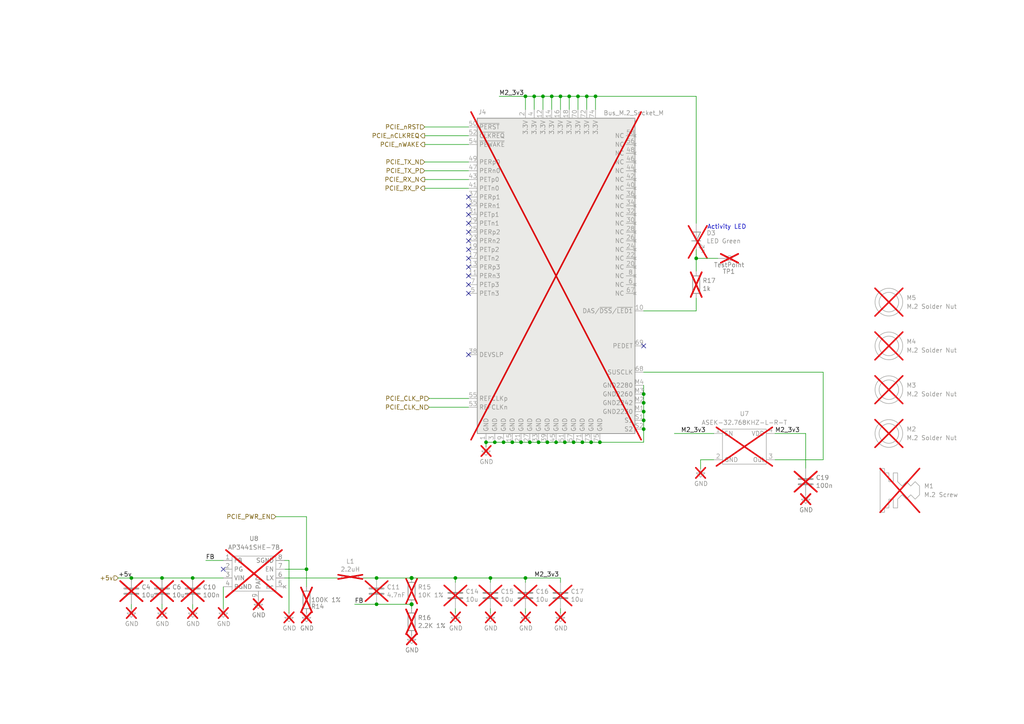
<source format=kicad_sch>
(kicad_sch (version 20250114) (generator "eeschema") (generator_version "9.0")
  (paper "A4")
  (title_block (title "Compute Module 5 IO Board - M2 Socket") (rev "1") (company "Copyright © 2024 Raspberry Pi Ltd.") (comment 1 "www.raspberrypi.com"))
  (lib_symbols
    (symbol "CM5IO:AP3441SHE-7B"
      (property "Reference" "U" (at -6.35 10.16 0))
      (property "Value" "AP3441SHE-7B" (at 0 7.62 0))
      (symbol "AP3441SHE-7B_0_1"
        (rectangle (start -6.35 6.35) (end 6.35 -3.81))
      )
      (symbol "AP3441SHE-7B_1_1"
        (pin passive line (at -8.89 5.08 0) (length 2.54) (name "FB") (number "1"))
        (pin open_collector line (at -8.89 2.54 0) (length 2.54) (name "PG") (number "2"))
        (pin power_in line (at -8.89 0 0) (length 2.54) (name "VIN") (number "3"))
        (pin power_in line (at -8.89 -2.54 0) (length 2.54) (name "PGND") (number "4"))
        (pin input line (at 1.27 -6.35 90) (length 2.54) (name "PAD") (number "9"))
        (pin power_in line (at 8.89 5.08 180) (length 2.54) (name "SGND") (number "8"))
        (pin input line (at 8.89 2.54 180) (length 2.54) (name "EN") (number "7"))
        (pin power_out line (at 8.89 0 180) (length 2.54) (name "LX") (number "6"))
        (pin no_connect line (at 8.89 -2.54 180) (length 2.54) (name "nc") (number "5"))
      )
    )
    (symbol "CM5IO:ASEK-32.768KHZ-L-R-T"
      (property "Reference" "U" (at -5.08 6.35 0))
      (property "Value" "ASEK-32.768KHZ-L-R-T" (at 0 -6.35 0))
      (symbol "ASEK-32.768KHZ-L-R-T_0_1"
        (rectangle (start -6.35 5.08) (end 6.35 -5.08))
      )
      (symbol "ASEK-32.768KHZ-L-R-T_1_1"
        (pin input line (at -8.89 3.81 0) (length 2.54) (name "EN") (number "1"))
        (pin power_in line (at -8.89 -3.81 0) (length 2.54) (name "GND") (number "2"))
        (pin power_in line (at 8.89 3.81 180) (length 2.54) (name "VDD") (number "4"))
        (pin output line (at 8.89 -3.81 180) (length 2.54) (name "Out") (number "3"))
      )
    )
    (symbol "CM5IO:Bus_M.2_Socket_M"
      (property "Reference" "J" (at -22.86 46.99 0))
      (property "Value" "Bus_M.2_Socket_M" (at 30.988 46.99 0))
      (symbol "Bus_M.2_Socket_M_0_1"
        (rectangle (start -22.86 45.72) (end 22.86 -45.72) (stroke (width 0.254)) (fill (type background)))
      )
      (symbol "Bus_M.2_Socket_M_1_1"
        (pin input line (at -25.4 43.18 0) (length 2.54) (name "~{PERST}") (number "50"))
        (pin bidirectional line (at -25.4 40.64 0) (length 2.54) (name "~{CLKREQ}") (number "52"))
        (pin bidirectional line (at -25.4 38.1 0) (length 2.54) (name "~{PEWAKE}") (number "54"))
        (pin input line (at -25.4 33.02 0) (length 2.54) (name "PERp0") (number "49"))
        (pin input line (at -25.4 30.48 0) (length 2.54) (name "PERn0") (number "47"))
        (pin output line (at -25.4 27.94 0) (length 2.54) (name "PETp0") (number "43"))
        (pin output line (at -25.4 25.4 0) (length 2.54) (name "PETn0") (number "41"))
        (pin input line (at -25.4 22.86 0) (length 2.54) (name "PERp1") (number "37"))
        (pin input line (at -25.4 20.32 0) (length 2.54) (name "PERn1") (number "35"))
        (pin output line (at -25.4 17.78 0) (length 2.54) (name "PETp1") (number "31"))
        (pin output line (at -25.4 15.24 0) (length 2.54) (name "PETn1") (number "29"))
        (pin input line (at -25.4 12.7 0) (length 2.54) (name "PERp2") (number "25"))
        (pin input line (at -25.4 10.16 0) (length 2.54) (name "PERn2") (number "23"))
        (pin output line (at -25.4 7.62 0) (length 2.54) (name "PETp2") (number "19"))
        (pin output line (at -25.4 5.08 0) (length 2.54) (name "PETn2") (number "17"))
        (pin input line (at -25.4 2.54 0) (length 2.54) (name "PERp3") (number "13"))
        (pin input line (at -25.4 0 0) (length 2.54) (name "PERn3") (number "11"))
        (pin output line (at -25.4 -2.54 0) (length 2.54) (name "PETp3") (number "7"))
        (pin output line (at -25.4 -5.08 0) (length 2.54) (name "PETn3") (number "5"))
        (pin input line (at -25.4 -22.86 0) (length 2.54) (name "DEVSLP") (number "38"))
        (pin input line (at -25.4 -35.56 0) (length 2.54) (name "REFCLKp") (number "55"))
        (pin input line (at -25.4 -38.1 0) (length 2.54) (name "REFCLKn") (number "53"))
        (pin power_in line (at -20.32 -48.26 90) (length 2.54) (name "GND") (number "1"))
        (pin power_in line (at -17.78 -48.26 90) (length 2.54) (name "GND") (number "3"))
        (pin power_in line (at -15.24 -48.26 90) (length 2.54) (name "GND") (number "9"))
        (pin power_in line (at -12.7 -48.26 90) (length 2.54) (name "GND") (number "15"))
        (pin power_in line (at -10.16 -48.26 90) (length 2.54) (name "GND") (number "21"))
        (pin power_in line (at -8.89 48.26 270) (length 2.54) (name "3.3V") (number "2"))
        (pin power_in line (at -7.62 -48.26 90) (length 2.54) (name "GND") (number "27"))
        (pin power_in line (at -6.35 48.26 270) (length 2.54) (name "3.3V") (number "4"))
        (pin power_in line (at -5.08 -48.26 90) (length 2.54) (name "GND") (number "33"))
        (pin power_in line (at -3.81 48.26 270) (length 2.54) (name "3.3V") (number "12"))
        (pin power_in line (at -2.54 -48.26 90) (length 2.54) (name "GND") (number "39"))
        (pin power_in line (at -1.27 48.26 270) (length 2.54) (name "3.3V") (number "14"))
        (pin power_in line (at 0 -48.26 90) (length 2.54) (name "GND") (number "45"))
        (pin power_in line (at 1.27 48.26 270) (length 2.54) (name "3.3V") (number "16"))
        (pin power_in line (at 2.54 -48.26 90) (length 2.54) (name "GND") (number "51"))
        (pin power_in line (at 3.81 48.26 270) (length 2.54) (name "3.3V") (number "18"))
        (pin power_in line (at 5.08 -48.26 90) (length 2.54) (name "GND") (number "57"))
        (pin power_in line (at 6.35 48.26 270) (length 2.54) (name "3.3V") (number "70"))
        (pin power_in line (at 7.62 -48.26 90) (length 2.54) (name "GND") (number "71"))
        (pin power_in line (at 8.89 48.26 270) (length 2.54) (name "3.3V") (number "72"))
        (pin power_in line (at 10.16 -48.26 90) (length 2.54) (name "GND") (number "73"))
        (pin power_in line (at 11.43 48.26 270) (length 2.54) (name "3.3V") (number "74"))
        (pin power_in line (at 12.7 -48.26 90) (length 2.54) (name "GND") (number "75"))
        (pin no_connect line (at 22.86 40.64 180) (length 2.54) (name "NC") (number "58"))
        (pin no_connect line (at 22.86 38.1 180) (length 2.54) (name "NC") (number "56"))
        (pin no_connect line (at 22.86 35.56 180) (length 2.54) (name "NC") (number "48"))
        (pin no_connect line (at 22.86 33.02 180) (length 2.54) (name "NC") (number "46"))
        (pin no_connect line (at 22.86 30.48 180) (length 2.54) (name "NC") (number "44"))
        (pin no_connect line (at 22.86 27.94 180) (length 2.54) (name "NC") (number "42"))
        (pin no_connect line (at 22.86 25.4 180) (length 2.54) (name "NC") (number "40"))
        (pin no_connect line (at 22.86 22.86 180) (length 2.54) (name "NC") (number "36"))
        (pin no_connect line (at 22.86 20.32 180) (length 2.54) (name "NC") (number "34"))
        (pin no_connect line (at 22.86 17.78 180) (length 2.54) (name "NC") (number "32"))
        (pin no_connect line (at 22.86 15.24 180) (length 2.54) (name "NC") (number "30"))
        (pin no_connect line (at 22.86 12.7 180) (length 2.54) (name "NC") (number "28"))
        (pin no_connect line (at 22.86 10.16 180) (length 2.54) (name "NC") (number "26"))
        (pin no_connect line (at 22.86 7.62 180) (length 2.54) (name "NC") (number "24"))
        (pin no_connect line (at 22.86 5.08 180) (length 2.54) (name "NC") (number "22"))
        (pin no_connect line (at 22.86 2.54 180) (length 2.54) (name "NC") (number "20"))
        (pin no_connect line (at 22.86 0 180) (length 2.54) (name "NC") (number "8"))
        (pin no_connect line (at 22.86 -2.54 180) (length 2.54) (name "NC") (number "6"))
        (pin no_connect line (at 22.86 -5.08 180) (length 2.54) (name "NC") (number "67"))
        (pin bidirectional line (at 25.4 -10.16 180) (length 2.54) (name "DAS/~{DSS}/~{LED1}") (number "10"))
        (pin passive line (at 25.4 -20.32 180) (length 2.54) (name "PEDET") (number "69"))
        (pin input line (at 25.4 -27.94 180) (length 2.54) (name "SUSCLK") (number "68"))
        (pin passive line (at 25.4 -31.75 180) (length 2.54) (name "GND2280") (number "M4"))
        (pin passive line (at 25.4 -34.29 180) (length 2.54) (name "GND2260") (number "M3"))
        (pin passive line (at 25.4 -36.83 180) (length 2.54) (name "GND2242") (number "M2"))
        (pin passive line (at 25.4 -39.37 180) (length 2.54) (name "GND2230") (number "M1"))
        (pin passive line (at 25.4 -41.91 180) (length 2.54) (name "S1") (number "S1"))
        (pin passive line (at 25.4 -44.45 180) (length 2.54) (name "S2") (number "S2"))
      )
    )
    (symbol "CM5IO:M.2_Screw" (pin_numbers (hide yes)) (pin_names (offset 0) (hide yes)) (on_board no)
      (property "Reference" "M" (at -0.254 -6.35 0))
      (property "Value" "M.2 Screw" (at 0.254 -8.636 0))
      (symbol "M.2_Screw_0_1"
        (polyline (pts (xy -5.08 0) (xy -5.08 -6.35) (xy -3.81 -6.35) (xy -3.81 -5.08) (xy -2.54 -5.08) (xy -2.54 -2.54) (xy -1.27 -2.54) (xy -1.27 -5.08) (xy 0 -5.08) (xy 0 -2.54) (xy 1.27 -1.27) (xy 2.54 -2.54) (xy 3.81 -1.27) (xy 5.08 -2.54) (xy 6.35 -1.27) (xy 6.35 1.27) (xy 5.08 2.54) (xy 3.81 1.27) (xy 2.54 2.54) (xy 1.27 1.27) (xy 0 2.54) (xy 0 5.08) (xy -1.27 5.08) (xy -1.27 2.54) (xy -2.54 2.54) (xy -2.54 5.08) (xy -3.81 5.08) (xy -3.81 6.35) (xy -5.08 6.35) (xy -5.08 0)))
      )
    )
    (symbol "CM5IO:SolderNut" (pin_numbers (hide yes)) (pin_names (offset 0) (hide yes)) (exclude_from_sim yes) (on_board no)
      (property "Reference" "M" (at -6.35 -3.556 0))
      (property "Value" "M.2 Solder Nut" (at 0.254 -5.842 0))
      (symbol "SolderNut_0_1"
        (circle (center 0 0) (radius 2.8398))
        (circle (center 0 0) (radius 4.0161))
      )
    )
    (symbol "Connector:TestPoint" (pin_numbers (hide yes)) (pin_names (offset 0.762) (hide yes))
      (property "Reference" "TP" (at 0 6.858 0))
      (property "Value" "TestPoint" (at 0 5.08 0))
      (symbol "TestPoint_0_1"
        (circle (center 0 3.302) (radius 0.762))
      )
      (symbol "TestPoint_1_1"
        (pin passive line (at 0 0 90) (length 2.54) (name "1") (number "1"))
      )
    )
    (symbol "Device:C" (pin_numbers (hide yes)) (pin_names (offset 0.254))
      (property "Reference" "C" (at 0.635 2.54 0))
      (property "Value" "C" (at 0.635 -2.54 0))
      (symbol "C_0_1"
        (polyline (pts (xy -2.032 0.762) (xy 2.032 0.762)) (stroke (width 0.508)))
        (polyline (pts (xy -2.032 -0.762) (xy 2.032 -0.762)) (stroke (width 0.508)))
      )
      (symbol "C_1_1"
        (pin passive line (at 0 3.81 270) (length 2.794) (name "~") (number "1"))
        (pin passive line (at 0 -3.81 90) (length 2.794) (name "~") (number "2"))
      )
    )
    (symbol "Device:L" (pin_numbers (hide yes)) (pin_names (offset 1.016) (hide yes))
      (property "Reference" "L" (at -1.27 0 90))
      (property "Value" "L" (at 1.905 0 90))
      (symbol "L_0_1"
        (arc (start 0 2.54) (mid 0.6323 1.905) (end 0 1.27))
        (arc (start 0 1.27) (mid 0.6323 0.635) (end 0 0))
        (arc (start 0 0) (mid 0.6323 -0.635) (end 0 -1.27))
        (arc (start 0 -1.27) (mid 0.6323 -1.905) (end 0 -2.54))
      )
      (symbol "L_1_1"
        (pin passive line (at 0 3.81 270) (length 1.27) (name "1") (number "1"))
        (pin passive line (at 0 -3.81 90) (length 1.27) (name "2") (number "2"))
      )
    )
    (symbol "Device:LED" (pin_numbers (hide yes)) (pin_names (offset 1.016) (hide yes))
      (property "Reference" "D" (at 0 2.54 0))
      (property "Value" "LED" (at 0 -2.54 0))
      (symbol "LED_0_1"
        (polyline (pts (xy -3.048 -0.762) (xy -4.572 -2.286) (xy -3.81 -2.286) (xy -4.572 -2.286) (xy -4.572 -1.524)))
        (polyline (pts (xy -1.778 -0.762) (xy -3.302 -2.286) (xy -2.54 -2.286) (xy -3.302 -2.286) (xy -3.302 -1.524)))
        (polyline (pts (xy -1.27 0) (xy 1.27 0)))
        (polyline (pts (xy -1.27 -1.27) (xy -1.27 1.27)) (stroke (width 0.254)))
        (polyline (pts (xy 1.27 -1.27) (xy 1.27 1.27) (xy -1.27 0) (xy 1.27 -1.27)) (stroke (width 0.254)))
      )
      (symbol "LED_1_1"
        (pin passive line (at -3.81 0 0) (length 2.54) (name "K") (number "1"))
        (pin passive line (at 3.81 0 180) (length 2.54) (name "A") (number "2"))
      )
    )
    (symbol "Device:R" (pin_numbers (hide yes)) (pin_names (offset 0))
      (property "Reference" "R" (at 2.032 0 90))
      (property "Value" "R" (at 0 0 90))
      (symbol "R_0_1"
        (rectangle (start -1.016 -2.54) (end 1.016 2.54) (stroke (width 0.254)))
      )
      (symbol "R_1_1"
        (pin passive line (at 0 3.81 270) (length 1.27) (name "~") (number "1"))
        (pin passive line (at 0 -3.81 90) (length 1.27) (name "~") (number "2"))
      )
    )
    (symbol "power:GND" (power) (pin_numbers (hide yes)) (pin_names (offset 0) (hide yes))
      (property "Value" "GND" (at 0 -3.81 0))
      (symbol "GND_0_1"
        (polyline (pts (xy 0 0) (xy 0 -1.27) (xy 1.27 -1.27) (xy 0 -2.54) (xy -1.27 -1.27) (xy 0 -1.27)))
      )
      (symbol "GND_1_1"
        (pin power_in line (at 0 0 270) (length 0) (name "~") (number "1"))
      )
    )
  )
  (text "Activity LED" (at 205.105 66.675 0) (effects (font (size 1.27 1.27)) (justify left bottom)))
  (junction (at 156.21 128.27))
  (junction (at 170.18 27.94))
  (junction (at 55.88 167.64))
  (junction (at 119.38 175.26) (diameter 1.016))
  (junction (at 143.51 128.27))
  (junction (at 171.45 128.27))
  (junction (at 165.1 27.94))
  (junction (at 109.22 167.64))
  (junction (at 158.75 128.27))
  (junction (at 153.67 128.27))
  (junction (at 46.99 167.64))
  (junction (at 173.99 128.27))
  (junction (at 132.08 167.64))
  (junction (at 88.9 165.1))
  (junction (at 38.1 167.64))
  (junction (at 154.94 27.94))
  (junction (at 142.24 167.64))
  (junction (at 186.69 121.92))
  (junction (at 186.69 116.84))
  (junction (at 166.37 128.27))
  (junction (at 146.05 128.27))
  (junction (at 152.4 27.94))
  (junction (at 163.83 128.27))
  (junction (at 148.59 128.27))
  (junction (at 167.64 27.94))
  (junction (at 109.22 175.26))
  (junction (at 161.29 128.27))
  (junction (at 186.69 124.46))
  (junction (at 186.69 114.3))
  (junction (at 140.97 128.27))
  (junction (at 160.02 27.94))
  (junction (at 162.56 27.94))
  (junction (at 186.69 119.38))
  (junction (at 201.93 74.93))
  (junction (at 152.4 167.64))
  (junction (at 172.72 27.94))
  (junction (at 151.13 128.27))
  (junction (at 119.38 167.64) (diameter 1.016))
  (junction (at 168.91 128.27))
  (junction (at 157.48 27.94))
  (no_connect (at 64.77 165.1))
  (no_connect (at 135.89 80.01))
  (no_connect (at 135.89 85.09))
  (no_connect (at 135.89 72.39))
  (no_connect (at 135.89 82.55))
  (no_connect (at 135.89 57.15))
  (no_connect (at 135.89 102.87))
  (no_connect (at 135.89 77.47))
  (no_connect (at 186.69 100.33))
  (no_connect (at 135.89 67.31))
  (no_connect (at 135.89 62.23))
  (no_connect (at 135.89 74.93))
  (no_connect (at 135.89 69.85))
  (no_connect (at 135.89 64.77))
  (no_connect (at 135.89 59.69))
  (wire (pts (xy 186.69 124.46) (xy 186.69 128.27)))
  (wire (pts (xy 105.41 167.64) (xy 109.22 167.64)))
  (wire (pts (xy 140.97 128.27) (xy 143.51 128.27)))
  (wire (pts (xy 167.64 27.94) (xy 170.18 27.94)))
  (wire (pts (xy 162.56 27.94) (xy 162.56 31.75)))
  (wire (pts (xy 195.58 125.73) (xy 207.01 125.73)))
  (wire (pts (xy 201.93 27.94) (xy 201.93 64.77)))
  (wire (pts (xy 109.22 167.64) (xy 119.38 167.64)))
  (wire (pts (xy 152.4 27.94) (xy 154.94 27.94)))
  (wire (pts (xy 173.99 128.27) (xy 171.45 128.27)))
  (wire (pts (xy 123.19 52.07) (xy 135.89 52.07)))
  (wire (pts (xy 142.24 167.64) (xy 152.4 167.64)))
  (wire (pts (xy 88.9 165.1) (xy 88.9 170.18)))
  (wire (pts (xy 152.4 167.64) (xy 162.56 167.64)))
  (wire (pts (xy 124.46 115.57) (xy 135.89 115.57)))
  (wire (pts (xy 59.69 162.56) (xy 64.77 162.56)))
  (wire (pts (xy 135.89 46.99) (xy 123.19 46.99)))
  (wire (pts (xy 156.21 128.27) (xy 153.67 128.27)))
  (wire (pts (xy 55.88 175.26) (xy 55.88 176.53)))
  (wire (pts (xy 154.94 27.94) (xy 157.48 27.94)))
  (wire (pts (xy 186.69 119.38) (xy 186.69 121.92)))
  (wire (pts (xy 186.69 121.92) (xy 186.69 124.46)))
  (wire (pts (xy 165.1 27.94) (xy 165.1 31.75)))
  (wire (pts (xy 123.19 54.61) (xy 135.89 54.61)))
  (wire (pts (xy 171.45 128.27) (xy 168.91 128.27)))
  (wire (pts (xy 123.19 49.53) (xy 135.89 49.53)))
  (wire (pts (xy 46.99 167.64) (xy 55.88 167.64)))
  (wire (pts (xy 201.93 90.17) (xy 201.93 86.36)))
  (wire (pts (xy 172.72 27.94) (xy 201.93 27.94)))
  (wire (pts (xy 82.55 165.1) (xy 88.9 165.1)))
  (wire (pts (xy 132.08 167.64) (xy 142.24 167.64)))
  (wire (pts (xy 186.69 116.84) (xy 186.69 119.38)))
  (wire (pts (xy 167.64 27.94) (xy 167.64 31.75)))
  (wire (pts (xy 34.29 167.64) (xy 38.1 167.64)))
  (wire (pts (xy 186.69 114.3) (xy 186.69 116.84)))
  (wire (pts (xy 152.4 167.64) (xy 152.4 168.91)))
  (wire (pts (xy 186.69 128.27) (xy 173.99 128.27)))
  (wire (pts (xy 168.91 128.27) (xy 166.37 128.27)))
  (wire (pts (xy 119.38 167.64) (xy 132.08 167.64)))
  (wire (pts (xy 152.4 176.53) (xy 152.4 177.8)))
  (wire (pts (xy 158.75 128.27) (xy 161.29 128.27)))
  (wire (pts (xy 166.37 128.27) (xy 163.83 128.27)))
  (wire (pts (xy 170.18 27.94) (xy 172.72 27.94)))
  (wire (pts (xy 82.55 167.64) (xy 97.79 167.64)))
  (wire (pts (xy 201.93 74.93) (xy 208.28 74.93)))
  (wire (pts (xy 238.76 133.35) (xy 224.79 133.35)))
  (wire (pts (xy 157.48 27.94) (xy 160.02 27.94)))
  (wire (pts (xy 203.2 135.89) (xy 203.2 133.35)))
  (wire (pts (xy 157.48 27.94) (xy 157.48 31.75)))
  (wire (pts (xy 186.69 111.76) (xy 186.69 114.3)))
  (wire (pts (xy 152.4 27.94) (xy 152.4 31.75)))
  (wire (pts (xy 55.88 167.64) (xy 64.77 167.64)))
  (wire (pts (xy 88.9 149.86) (xy 88.9 165.1)))
  (wire (pts (xy 172.72 27.94) (xy 172.72 31.75)))
  (wire (pts (xy 124.46 118.11) (xy 135.89 118.11)))
  (wire (pts (xy 109.22 175.26) (xy 119.38 175.26)))
  (wire (pts (xy 123.19 39.37) (xy 135.89 39.37)))
  (wire (pts (xy 38.1 175.26) (xy 38.1 176.53)))
  (wire (pts (xy 123.19 41.91) (xy 135.89 41.91)))
  (wire (pts (xy 132.08 168.91) (xy 132.08 167.64)))
  (wire (pts (xy 146.05 128.27) (xy 143.51 128.27)))
  (wire (pts (xy 82.55 162.56) (xy 83.82 162.56)))
  (wire (pts (xy 140.97 128.27) (xy 140.97 129.54)))
  (wire (pts (xy 148.59 128.27) (xy 151.13 128.27)))
  (wire (pts (xy 186.69 90.17) (xy 201.93 90.17)))
  (wire (pts (xy 144.78 27.94) (xy 152.4 27.94)))
  (wire (pts (xy 162.56 27.94) (xy 165.1 27.94)))
  (wire (pts (xy 186.69 107.95) (xy 238.76 107.95)))
  (wire (pts (xy 38.1 167.64) (xy 46.99 167.64)))
  (wire (pts (xy 233.68 125.73) (xy 224.79 125.73)))
  (wire (pts (xy 142.24 167.64) (xy 142.24 168.91)))
  (wire (pts (xy 163.83 128.27) (xy 161.29 128.27)))
  (wire (pts (xy 80.01 149.86) (xy 88.9 149.86)))
  (wire (pts (xy 46.99 175.26) (xy 46.99 176.53)))
  (wire (pts (xy 151.13 128.27) (xy 153.67 128.27)))
  (wire (pts (xy 156.21 128.27) (xy 158.75 128.27)))
  (wire (pts (xy 132.08 177.8) (xy 132.08 176.53)))
  (wire (pts (xy 201.93 74.93) (xy 201.93 78.74)))
  (wire (pts (xy 160.02 27.94) (xy 160.02 31.75)))
  (wire (pts (xy 201.93 74.93) (xy 201.93 72.39)))
  (wire (pts (xy 162.56 176.53) (xy 162.56 177.8)))
  (wire (pts (xy 203.2 133.35) (xy 207.01 133.35)))
  (wire (pts (xy 233.68 135.89) (xy 233.68 125.73)))
  (wire (pts (xy 64.77 176.53) (xy 64.77 170.18)))
  (wire (pts (xy 162.56 167.64) (xy 162.56 168.91)))
  (wire (pts (xy 154.94 27.94) (xy 154.94 31.75)))
  (wire (pts (xy 142.24 176.53) (xy 142.24 177.8)))
  (wire (pts (xy 165.1 27.94) (xy 167.64 27.94)))
  (wire (pts (xy 119.38 176.53) (xy 119.38 175.26)))
  (wire (pts (xy 146.05 128.27) (xy 148.59 128.27)))
  (wire (pts (xy 123.19 36.83) (xy 135.89 36.83)))
  (wire (pts (xy 102.87 175.26) (xy 109.22 175.26)))
  (wire (pts (xy 160.02 27.94) (xy 162.56 27.94)))
  (wire (pts (xy 170.18 27.94) (xy 170.18 31.75)))
  (wire (pts (xy 238.76 107.95) (xy 238.76 133.35)))
  (wire (pts (xy 83.82 162.56) (xy 83.82 177.8)))
  (label "M2_3v3" (at 154.94 167.64 0))
  (label "+5v" (at 34.29 167.64 0))
  (label "FB" (at 59.69 162.56 0))
  (label "M2_3v3" (at 224.79 125.73 0))
  (label "M2_3v3" (at 197.485 125.73 0))
  (label "M2_3v3" (at 144.78 27.94 0))
  (label "FB" (at 102.87 175.26 0))
  (hierarchical_label "PCIE_RX_N" (shape output) (at 123.19 52.07 180))
  (hierarchical_label "PCIE_CLK_N" (shape input) (at 124.46 118.11 180))
  (hierarchical_label "PCIE_TX_P" (shape input) (at 123.19 49.53 180))
  (hierarchical_label "PCIE_nCLKREQ" (shape output) (at 123.19 39.37 180))
  (hierarchical_label "PCIE_RX_P" (shape output) (at 123.19 54.61 180))
  (hierarchical_label "PCIE_PWR_EN" (shape input) (at 80.01 149.86 180))
  (hierarchical_label "PCIE_nWAKE" (shape output) (at 123.19 41.91 180))
  (hierarchical_label "PCIE_TX_N" (shape input) (at 123.19 46.99 180))
  (hierarchical_label "PCIE_nRST" (shape input) (at 123.19 36.83 180))
  (hierarchical_label "+5v" (shape input) (at 34.29 167.64 180))
  (hierarchical_label "PCIE_CLK_P" (shape input) (at 124.46 115.57 180))
  (symbol (lib_id "Device:LED") (at 201.93 68.58 90) (unit 1) (in_bom no) (on_board no) (dnp yes)
    (property "Reference" "D3" (at 204.9018 67.5894 90) (effects (justify right)))
    (property "Value" "LED Green" (at 204.9018 69.9008 90) (effects (justify right)))
    (property "Footprint" "LED_SMD:LED_0603_1608Metric" (effects (hide yes)))
    (property "Datasheet" "http://optoelectronics.liteon.com/upload/download/DS22-2000-226/LTST-S270KGKT.pdf" (effects (hide yes)))
    (property "Field4" "Digikey " (effects (hide yes)))
    (property "Field5" "LTST-S270KGKT" (effects (hide yes)))
    (property "Field6" "SML-A12M8TT86N" (effects (hide yes)))
    (property "Field7" "Rohm" (effects (hide yes)))
    (property "Field8" "650263301" (effects (hide yes)))
    (property "Part Description" "	Green 572nm LED Indication - Discrete 2.2V 2-SMD, No Lead" (effects (hide yes)))
  )
  (symbol (lib_id "Device:C") (at 152.4 172.72 0) (unit 1) (in_bom no) (on_board no) (dnp yes)
    (property "Reference" "C16" (at 155.321 171.5516 0) (effects (justify left)))
    (property "Value" "10u" (at 155.321 173.863 0) (effects (justify left)))
    (property "Footprint" "Capacitor_SMD:C_0805_2012Metric" (effects (hide yes)))
    (property "Datasheet" "https://search.murata.co.jp/Ceramy/image/img/A01X/G101/ENG/GRM21BR71A106KA73-01.pdf" (effects (hide yes)))
    (property "Field4" "Digikey" (effects (hide yes)))
    (property "Field5" "490-14381-1-ND" (effects (hide yes)))
    (property "Field6" "GRM21BR71A106KA73L" (effects (hide yes)))
    (property "Field7" "Murata" (effects (hide yes)))
    (property "Field8" "111893011" (effects (hide yes)))
    (property "Part Description" "	10uF 10% 10V Ceramic Capacitor X7R 0805 (2012 Metric)" (effects (hide yes)))
  )
  (symbol (lib_id "power:GND") (at 152.4 177.8 0) (unit 1) (in_bom no) (on_board no) (dnp yes)
    (property "Reference" "#PWR018" (effects (hide yes)))
    (property "Value" "GND" (at 152.527 182.1942 0))
    (property "Description" "Power symbol creates a global label with name \"GND\" , ground" (effects (hide yes)))
  )
  (symbol (lib_id "Device:C") (at 46.99 171.45 0) (unit 1) (in_bom no) (on_board no) (dnp yes)
    (property "Reference" "C6" (at 49.911 170.2816 0) (effects (justify left)))
    (property "Value" "10u" (at 49.911 172.593 0) (effects (justify left)))
    (property "Footprint" "Capacitor_SMD:C_0805_2012Metric" (effects (hide yes)))
    (property "Datasheet" "https://search.murata.co.jp/Ceramy/image/img/A01X/G101/ENG/GRM21BR71A106KA73-01.pdf" (effects (hide yes)))
    (property "Field4" "Digikey" (effects (hide yes)))
    (property "Field5" "490-14381-1-ND" (effects (hide yes)))
    (property "Field6" "GRM21BR71A106KA73L" (effects (hide yes)))
    (property "Field7" "Murata" (effects (hide yes)))
    (property "Field8" "111893011" (effects (hide yes)))
    (property "Part Description" "	10uF 10% 10V Ceramic Capacitor X7R 0805 (2012 Metric)" (effects (hide yes)))
  )
  (symbol (lib_id "Connector:TestPoint") (at 208.28 74.93 270) (unit 1) (in_bom no) (on_board no) (dnp yes)
    (property "Reference" "TP1" (at 209.55 78.74 90) (effects (justify left)))
    (property "Value" "TestPoint" (at 207.01 76.835 90) (effects (justify left)))
    (property "Footprint" "TestPoint:TestPoint_Pad_2.0x2.0mm" (effects (hide yes)))
    (property "Field4" "nf" (effects (hide yes)))
    (property "Field5" "nf" (effects (hide yes)))
    (property "Field6" "nf" (effects (hide yes)))
    (property "Field7" "nf" (effects (hide yes)))
    (property "Part Description" "Test point" (effects (hide yes)))
  )
  (symbol (lib_id "power:GND") (at 46.99 176.53 0) (unit 1) (in_bom no) (on_board no) (dnp yes)
    (property "Reference" "#PWR021" (effects (hide yes)))
    (property "Value" "GND" (at 47.117 180.9242 0))
    (property "Description" "Power symbol creates a global label with name \"GND\" , ground" (effects (hide yes)))
  )
  (symbol (lib_id "power:GND") (at 140.97 129.54 0) (unit 1) (in_bom no) (on_board no) (dnp yes)
    (property "Reference" "#PWR019" (effects (hide yes)))
    (property "Value" "GND" (at 141.097 133.9342 0))
    (property "Description" "Power symbol creates a global label with name \"GND\" , ground" (effects (hide yes)))
  )
  (symbol (lib_id "power:GND") (at 162.56 177.8 0) (unit 1) (in_bom no) (on_board no) (dnp yes)
    (property "Reference" "#PWR024" (effects (hide yes)))
    (property "Value" "GND" (at 162.687 182.1942 0))
    (property "Description" "Power symbol creates a global label with name \"GND\" , ground" (effects (hide yes)))
  )
  (symbol (lib_id "Device:R") (at 201.93 82.55 0) (unit 1) (in_bom no) (on_board no) (dnp yes)
    (property "Reference" "R17" (at 203.708 81.3816 0) (effects (justify left)))
    (property "Value" "1k" (at 203.708 83.693 0) (effects (justify left)))
    (property "Footprint" "Resistor_SMD:R_0402_1005Metric" (effects (hide yes)))
    (property "Datasheet" "https://fscdn.rohm.com/en/products/databook/datasheet/passive/resistor/chip_resistor/mcr-e.pdf" (effects (hide yes)))
    (property "Field4" "Farnell" (effects (hide yes)))
    (property "Field5" "9239235" (effects (hide yes)))
    (property "Field7" "KOA EUROPE GMBH" (effects (hide yes)))
    (property "Field6" "RK73H1ETTP1001F" (effects (hide yes)))
    (property "Part Description" "Resistor 1K M1005 1% 63mW" (effects (hide yes)))
    (property "Field8" "125049511" (effects (hide yes)))
  )
  (symbol (lib_id "CM5IO:SolderNut") (at 257.81 113.03 0) (unit 1) (in_bom no) (on_board no) (dnp yes)
    (property "Reference" "M3" (at 262.89 111.7599 0) (effects (justify left)))
    (property "Value" "M.2 Solder Nut" (at 262.89 114.2999 0) (effects (justify left)))
    (property "Part Description" "Solder nut for M.2 slot" (effects (hide yes)))
  )
  (symbol (lib_id "Device:L") (at 101.6 167.64 90) (unit 1) (in_bom no) (on_board no) (dnp yes)
    (property "Reference" "L1" (at 101.6 162.814 90))
    (property "Value" "2.2uH" (at 101.6 165.1254 90))
    (property "Footprint" "CM5IO:L_Bourns_SRP5030CC" (effects (hide yes)))
    (property "Datasheet" "https://www.bourns.com/docs/product-datasheets/srp5030cc.pdf" (effects (hide yes)))
    (property "Field6" "SRP5030CC-2R2M" (effects (hide yes)))
    (property "Field7" "Bourns" (effects (hide yes)))
    (property "Part Description" "Inductor, SMT, 2520, 2u2, IRMS=7A, ISAT=8A, DCR=0.032R" (effects (hide yes)))
    (property "Field5" "SRP5030CC-2R2M" (effects (hide yes)))
  )
  (symbol (lib_id "power:GND") (at 64.77 176.53 0) (unit 1) (in_bom no) (on_board no) (dnp yes)
    (property "Reference" "#PWR022" (effects (hide yes)))
    (property "Value" "GND" (at 64.897 180.9242 0))
    (property "Description" "Power symbol creates a global label with name \"GND\" , ground" (effects (hide yes)))
  )
  (symbol (lib_id "Device:R") (at 119.38 171.45 0) (unit 1) (in_bom no) (on_board no) (dnp yes)
    (property "Reference" "R15" (at 121.158 170.2816 0) (effects (justify left)))
    (property "Value" "10K 1%" (at 121.158 172.593 0) (effects (justify left)))
    (property "Footprint" "Resistor_SMD:R_0402_1005Metric" (effects (hide yes)))
    (property "Datasheet" "https://fscdn.rohm.com/en/products/databook/datasheet/passive/resistor/chip_resistor/mcr-e.pdf" (effects (hide yes)))
    (property "Field4" "Farnell" (effects (hide yes)))
    (property "Field7" "Rohm" (effects (hide yes)))
    (property "Field6" "MCR01MZPF1002" (effects (hide yes)))
    (property "Part Description" "Resistor 10K M1005 1% 63mW" (effects (hide yes)))
  )
  (symbol (lib_id "Device:C") (at 233.68 139.7 0) (unit 1) (in_bom no) (on_board no) (dnp yes)
    (property "Reference" "C19" (at 236.601 138.5316 0) (effects (justify left)))
    (property "Value" "100n" (at 236.601 140.843 0) (effects (justify left)))
    (property "Footprint" "Capacitor_SMD:C_0402_1005Metric" (effects (hide yes)))
    (property "Datasheet" "https://search.murata.co.jp/Ceramy/image/img/A01X/G101/ENG/GRM155R71C104KA88-01.pdf" (effects (hide yes)))
    (property "Field4" "Farnell" (effects (hide yes)))
    (property "Field5" "2611911" (effects (hide yes)))
    (property "Field6" "RM EMK105 B7104KV-F" (effects (hide yes)))
    (property "Field7" "TAIYO YUDEN EUROPE GMBH" (effects (hide yes)))
    (property "Field8" "110091611" (effects (hide yes)))
    (property "Part Description" "	0.1uF 10% 16V Ceramic Capacitor X7R 0402 (1005 Metric)" (effects (hide yes)))
  )
  (symbol (lib_id "Device:R") (at 88.9 173.99 0) (unit 1) (in_bom no) (on_board no) (dnp yes)
    (property "Reference" "R14" (at 90.17 175.895 0) (effects (justify left)))
    (property "Value" "100K 1%" (at 90.17 173.99 0) (effects (justify left)))
    (property "Footprint" "Resistor_SMD:R_0402_1005Metric" (effects (hide yes)))
    (property "Datasheet" "https://fscdn.rohm.com/en/products/databook/datasheet/passive/resistor/chip_resistor/mcr-e.pdf" (effects (hide yes)))
    (property "Field4" "Farnell" (effects (hide yes)))
    (property "Field6" "MCR01MZPF1003" (effects (hide yes)))
    (property "Field7" "Rohm" (effects (hide yes)))
    (property "Part Description" "Resistor 100K M1005 1% 63mW" (effects (hide yes)))
  )
  (symbol (lib_id "Device:R") (at 119.38 180.34 0) (unit 1) (in_bom no) (on_board no) (dnp yes)
    (property "Reference" "R16" (at 121.158 179.1716 0) (effects (justify left)))
    (property "Value" "2.2K 1%" (at 121.158 181.483 0) (effects (justify left)))
    (property "Footprint" "Resistor_SMD:R_0402_1005Metric" (effects (hide yes)))
    (property "Datasheet" "https://fscdn.rohm.com/en/products/databook/datasheet/passive/resistor/chip_resistor/mcr-e.pdf" (effects (hide yes)))
    (property "Field4" "Farnell" (effects (hide yes)))
    (property "Part Description" "Resistor 2.2K M1005 1% 63mW" (effects (hide yes)))
  )
  (symbol (lib_id "CM5IO:ASEK-32.768KHZ-L-R-T") (at 215.9 129.54 0) (unit 1) (in_bom no) (on_board no) (dnp yes)
    (property "Reference" "U7" (at 215.9 120.015 0))
    (property "Value" "ASEK-32.768KHZ-L-R-T" (at 215.9 122.555 0))
    (property "Footprint" "Crystal:Crystal_SMD_3225-4Pin_3.2x2.5mm" (effects (hide yes)))
    (property "Datasheet" "https://abracon.com/Oscillators/ASEK.pdf" (effects (hide yes)))
    (property "Field5" "ASEK-32.768KHZ-L-R-T" (effects (hide yes)))
    (property "Field6" "ASEK-32.768KHZ-L-R-T" (effects (hide yes)))
    (property "Field7" "abracon" (effects (hide yes)))
    (property "Part Description" "32KHz Xtal oscilator" (effects (hide yes)))
  )
  (symbol (lib_id "Device:C") (at 38.1 171.45 0) (unit 1) (in_bom no) (on_board no) (dnp yes)
    (property "Reference" "C4" (at 41.021 170.2816 0) (effects (justify left)))
    (property "Value" "10u" (at 41.021 172.593 0) (effects (justify left)))
    (property "Footprint" "Capacitor_SMD:C_0805_2012Metric" (effects (hide yes)))
    (property "Datasheet" "https://search.murata.co.jp/Ceramy/image/img/A01X/G101/ENG/GRM21BR71A106KA73-01.pdf" (effects (hide yes)))
    (property "Field4" "Digikey" (effects (hide yes)))
    (property "Field5" "490-14381-1-ND" (effects (hide yes)))
    (property "Field6" "GRM21BR71A106KA73L" (effects (hide yes)))
    (property "Field7" "Murata" (effects (hide yes)))
    (property "Field8" "111893011" (effects (hide yes)))
    (property "Part Description" "	10uF 10% 10V Ceramic Capacitor X7R 0805 (2012 Metric)" (effects (hide yes)))
  )
  (symbol (lib_id "CM5IO:AP3441SHE-7B") (at 73.66 167.64 0) (unit 1) (in_bom no) (on_board no) (dnp yes)
    (property "Reference" "U8" (at 73.66 156.21 0))
    (property "Value" "AP3441SHE-7B" (at 73.66 158.75 0))
    (property "Footprint" "Package_DFN_QFN:DFN-8-1EP_2x2mm_P0.5mm_EP1.05x1.75mm" (effects (hide yes)))
    (property "Datasheet" "https://www.diodes.com/assets/Datasheets/AP3441-L.pdf" (effects (hide yes)))
    (property "Field5" "AP3441SHE-7B" (effects (hide yes)))
    (property "Field6" "AP3441SHE-7B" (effects (hide yes)))
    (property "Field7" "Diodes" (effects (hide yes)))
    (property "Part Description" "3A DC-DC converter" (effects (hide yes)))
  )
  (symbol (lib_id "Device:C") (at 55.88 171.45 0) (unit 1) (in_bom no) (on_board no) (dnp yes)
    (property "Reference" "C10" (at 58.801 170.2816 0) (effects (justify left)))
    (property "Value" "100n" (at 58.801 172.593 0) (effects (justify left)))
    (property "Footprint" "Capacitor_SMD:C_0402_1005Metric" (effects (hide yes)))
    (property "Datasheet" "https://search.murata.co.jp/Ceramy/image/img/A01X/G101/ENG/GRM155R71C104KA88-01.pdf" (effects (hide yes)))
    (property "Field4" "Farnell" (effects (hide yes)))
    (property "Field5" "2611911" (effects (hide yes)))
    (property "Field6" "RM EMK105 B7104KV-F" (effects (hide yes)))
    (property "Field7" "TAIYO YUDEN EUROPE GMBH" (effects (hide yes)))
    (property "Field8" "110091611" (effects (hide yes)))
    (property "Part Description" "	0.1uF 10% 16V Ceramic Capacitor X7R 0402 (1005 Metric)" (effects (hide yes)))
  )
  (symbol (lib_id "Device:C") (at 132.08 172.72 0) (unit 1) (in_bom no) (on_board no) (dnp yes)
    (property "Reference" "C14" (at 135.001 171.5516 0) (effects (justify left)))
    (property "Value" "10u" (at 135.001 173.863 0) (effects (justify left)))
    (property "Footprint" "Capacitor_SMD:C_0805_2012Metric" (effects (hide yes)))
    (property "Datasheet" "https://search.murata.co.jp/Ceramy/image/img/A01X/G101/ENG/GRM21BR71A106KA73-01.pdf" (effects (hide yes)))
    (property "Field4" "Digikey" (effects (hide yes)))
    (property "Field5" "490-14381-1-ND" (effects (hide yes)))
    (property "Field6" "GRM21BR71A106KA73L" (effects (hide yes)))
    (property "Field7" "Murata" (effects (hide yes)))
    (property "Field8" "111893011" (effects (hide yes)))
    (property "Part Description" "	10uF 10% 10V Ceramic Capacitor X7R 0805 (2012 Metric)" (effects (hide yes)))
  )
  (symbol (lib_id "power:GND") (at 38.1 176.53 0) (unit 1) (in_bom no) (on_board no) (dnp yes)
    (property "Reference" "#PWR020" (effects (hide yes)))
    (property "Value" "GND" (at 38.227 180.9242 0))
    (property "Description" "Power symbol creates a global label with name \"GND\" , ground" (effects (hide yes)))
  )
  (symbol (lib_id "power:GND") (at 88.9 177.8 0) (unit 1) (in_bom no) (on_board no) (dnp yes)
    (property "Reference" "#PWR08" (effects (hide yes)))
    (property "Value" "GND" (at 89.027 182.1942 0))
    (property "Description" "Power symbol creates a global label with name \"GND\" , ground" (effects (hide yes)))
  )
  (symbol (lib_id "power:GND") (at 119.38 184.15 0) (unit 1) (in_bom no) (on_board no) (dnp yes)
    (property "Reference" "#PWR016" (effects (hide yes)))
    (property "Value" "GND" (at 119.507 188.5442 0))
    (property "Description" "Power symbol creates a global label with name \"GND\" , ground" (effects (hide yes)))
  )
  (symbol (lib_id "CM5IO:M.2_Screw") (at 260.35 142.24 0) (unit 1) (in_bom no) (on_board no) (dnp yes)
    (property "Reference" "M1" (at 267.97 140.9699 0) (effects (justify left)))
    (property "Value" "M.2 Screw" (at 267.97 143.5099 0) (effects (justify left)))
    (property "Part Description" "M.2 Screw" (effects (hide yes)))
  )
  (symbol (lib_id "power:GND") (at 83.82 177.8 0) (unit 1) (in_bom no) (on_board no) (dnp yes)
    (property "Reference" "#PWR023" (effects (hide yes)))
    (property "Value" "GND" (at 83.947 182.1942 0))
    (property "Description" "Power symbol creates a global label with name \"GND\" , ground" (effects (hide yes)))
  )
  (symbol (lib_id "Device:C") (at 109.22 171.45 0) (unit 1) (in_bom no) (on_board no) (dnp yes)
    (property "Reference" "C11" (at 112.141 170.2816 0) (effects (justify left)))
    (property "Value" "4.7nF" (at 112.141 172.593 0) (effects (justify left)))
    (property "Footprint" "Capacitor_SMD:C_0402_1005Metric" (effects (hide yes)))
    (property "Part Description" "4.7nF capacitor 0402" (effects (hide yes)))
  )
  (symbol (lib_id "CM5IO:SolderNut") (at 257.81 100.33 0) (unit 1) (in_bom no) (on_board no) (dnp yes)
    (property "Reference" "M4" (at 262.89 99.0599 0) (effects (justify left)))
    (property "Value" "M.2 Solder Nut" (at 262.89 101.5999 0) (effects (justify left)))
    (property "Part Description" "Solder nut for M.2 slot" (effects (hide yes)))
  )
  (symbol (lib_id "power:GND") (at 142.24 177.8 0) (unit 1) (in_bom no) (on_board no) (dnp yes)
    (property "Reference" "#PWR015" (effects (hide yes)))
    (property "Value" "GND" (at 142.367 182.1942 0))
    (property "Description" "Power symbol creates a global label with name \"GND\" , ground" (effects (hide yes)))
  )
  (symbol (lib_id "CM5IO:SolderNut") (at 257.81 87.63 0) (unit 1) (in_bom no) (on_board no) (dnp yes)
    (property "Reference" "M5" (at 262.89 86.3599 0) (effects (justify left)))
    (property "Value" "M.2 Solder Nut" (at 262.89 88.8999 0) (effects (justify left)))
    (property "Part Description" "Solder nut for M.2 slot" (effects (hide yes)))
  )
  (symbol (lib_id "power:GND") (at 74.93 173.99 0) (unit 1) (in_bom no) (on_board no) (dnp yes)
    (property "Reference" "#PWR028" (effects (hide yes)))
    (property "Value" "GND" (at 75.057 178.3842 0))
    (property "Description" "Power symbol creates a global label with name \"GND\" , ground" (effects (hide yes)))
  )
  (symbol (lib_id "Device:C") (at 142.24 172.72 0) (unit 1) (in_bom no) (on_board no) (dnp yes)
    (property "Reference" "C15" (at 145.161 171.5516 0) (effects (justify left)))
    (property "Value" "10u" (at 145.161 173.863 0) (effects (justify left)))
    (property "Footprint" "Capacitor_SMD:C_0805_2012Metric" (effects (hide yes)))
    (property "Datasheet" "https://search.murata.co.jp/Ceramy/image/img/A01X/G101/ENG/GRM21BR71A106KA73-01.pdf" (effects (hide yes)))
    (property "Field4" "Digikey" (effects (hide yes)))
    (property "Field5" "490-14381-1-ND" (effects (hide yes)))
    (property "Field6" "GRM21BR71A106KA73L" (effects (hide yes)))
    (property "Field7" "Murata" (effects (hide yes)))
    (property "Field8" "111893011" (effects (hide yes)))
    (property "Part Description" "	10uF 10% 10V Ceramic Capacitor X7R 0805 (2012 Metric)" (effects (hide yes)))
  )
  (symbol (lib_id "power:GND") (at 233.68 143.51 0) (unit 1) (in_bom no) (on_board no) (dnp yes)
    (property "Reference" "#PWR025" (effects (hide yes)))
    (property "Value" "GND" (at 233.807 147.9042 0))
    (property "Description" "Power symbol creates a global label with name \"GND\" , ground" (effects (hide yes)))
  )
  (symbol (lib_id "CM5IO:Bus_M.2_Socket_M") (at 161.29 80.01 0) (unit 1) (in_bom no) (on_board no) (dnp yes)
    (property "Reference" "J4" (at 138.684 32.512 0) (effects (justify left)))
    (property "Value" "Bus_M.2_Socket_M" (at 175.006 32.766 0) (effects (justify left)))
    (property "Footprint" "CM5IO:M.2 M Key socket" (effects (hide yes)))
    (property "Description" "M.2 Socket 3 Mechanical Key M" (effects (hide yes)))
    (property "Field5" "MTSSD03-67MSW337" (effects (hide yes)))
    (property "Field6" "MTSSD03-67MSW337" (effects (hide yes)))
    (property "Field7" "MTCONN" (effects (hide yes)))
    (property "Part Description" "M.2 M Key connector" (effects (hide yes)))
  )
  (symbol (lib_id "power:GND") (at 55.88 176.53 0) (unit 1) (in_bom no) (on_board no) (dnp yes)
    (property "Reference" "#PWR014" (effects (hide yes)))
    (property "Value" "GND" (at 56.007 180.9242 0))
    (property "Description" "Power symbol creates a global label with name \"GND\" , ground" (effects (hide yes)))
  )
  (symbol (lib_id "CM5IO:SolderNut") (at 257.81 125.73 0) (unit 1) (in_bom no) (on_board no) (dnp yes)
    (property "Reference" "M2" (at 262.89 124.4599 0) (effects (justify left)))
    (property "Value" "M.2 Solder Nut" (at 262.89 126.9999 0) (effects (justify left)))
    (property "Part Description" "Solder nut for M.2 slot" (effects (hide yes)))
  )
  (symbol (lib_id "Device:C") (at 162.56 172.72 0) (unit 1) (in_bom no) (on_board no) (dnp yes)
    (property "Reference" "C17" (at 165.481 171.5516 0) (effects (justify left)))
    (property "Value" "10u" (at 165.481 173.863 0) (effects (justify left)))
    (property "Footprint" "Capacitor_SMD:C_0805_2012Metric" (effects (hide yes)))
    (property "Datasheet" "https://search.murata.co.jp/Ceramy/image/img/A01X/G101/ENG/GRM21BR71A106KA73-01.pdf" (effects (hide yes)))
    (property "Field4" "Digikey" (effects (hide yes)))
    (property "Field5" "490-14381-1-ND" (effects (hide yes)))
    (property "Field6" "GRM21BR71A106KA73L" (effects (hide yes)))
    (property "Field7" "Murata" (effects (hide yes)))
    (property "Field8" "111893011" (effects (hide yes)))
    (property "Part Description" "	10uF 10% 10V Ceramic Capacitor X7R 0805 (2012 Metric)" (effects (hide yes)))
  )
  (symbol (lib_id "power:GND") (at 203.2 135.89 0) (unit 1) (in_bom no) (on_board no) (dnp yes)
    (property "Reference" "#PWR026" (effects (hide yes)))
    (property "Value" "GND" (at 203.327 140.2842 0))
    (property "Description" "Power symbol creates a global label with name \"GND\" , ground" (effects (hide yes)))
  )
  (symbol (lib_id "power:GND") (at 132.08 177.8 0) (unit 1) (in_bom no) (on_board no) (dnp yes)
    (property "Reference" "#PWR017" (effects (hide yes)))
    (property "Value" "GND" (at 132.207 182.1942 0))
    (property "Description" "Power symbol creates a global label with name \"GND\" , ground" (effects (hide yes)))
  )
)
</source>
